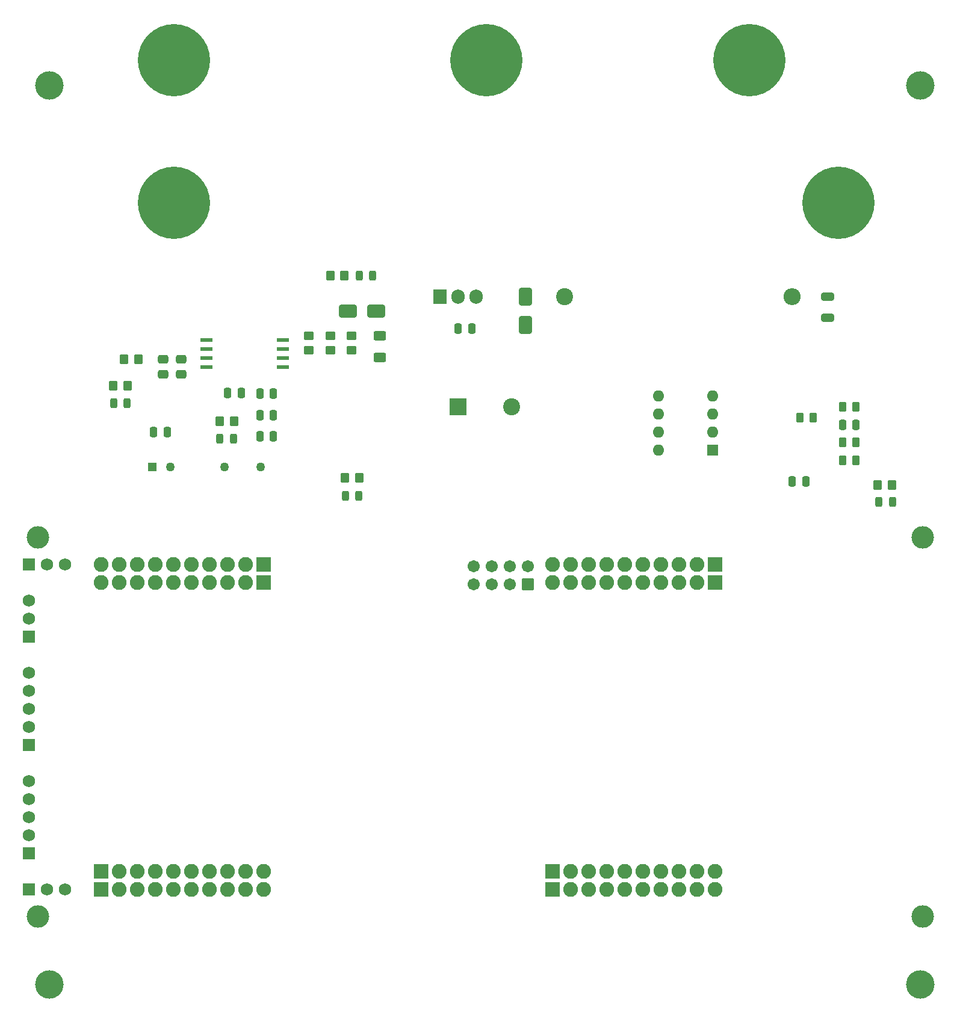
<source format=gbr>
%TF.GenerationSoftware,KiCad,Pcbnew,8.0.8*%
%TF.CreationDate,2025-03-02T13:54:02-05:00*%
%TF.ProjectId,NEW1,4e455731-2e6b-4696-9361-645f70636258,rev?*%
%TF.SameCoordinates,Original*%
%TF.FileFunction,Soldermask,Top*%
%TF.FilePolarity,Negative*%
%FSLAX46Y46*%
G04 Gerber Fmt 4.6, Leading zero omitted, Abs format (unit mm)*
G04 Created by KiCad (PCBNEW 8.0.8) date 2025-03-02 13:54:02*
%MOMM*%
%LPD*%
G01*
G04 APERTURE LIST*
G04 Aperture macros list*
%AMRoundRect*
0 Rectangle with rounded corners*
0 $1 Rounding radius*
0 $2 $3 $4 $5 $6 $7 $8 $9 X,Y pos of 4 corners*
0 Add a 4 corners polygon primitive as box body*
4,1,4,$2,$3,$4,$5,$6,$7,$8,$9,$2,$3,0*
0 Add four circle primitives for the rounded corners*
1,1,$1+$1,$2,$3*
1,1,$1+$1,$4,$5*
1,1,$1+$1,$6,$7*
1,1,$1+$1,$8,$9*
0 Add four rect primitives between the rounded corners*
20,1,$1+$1,$2,$3,$4,$5,0*
20,1,$1+$1,$4,$5,$6,$7,0*
20,1,$1+$1,$6,$7,$8,$9,0*
20,1,$1+$1,$8,$9,$2,$3,0*%
G04 Aperture macros list end*
%ADD10RoundRect,0.250000X-0.250000X-0.475000X0.250000X-0.475000X0.250000X0.475000X-0.250000X0.475000X0*%
%ADD11RoundRect,0.250000X0.262500X0.450000X-0.262500X0.450000X-0.262500X-0.450000X0.262500X-0.450000X0*%
%ADD12RoundRect,0.243750X-0.243750X-0.456250X0.243750X-0.456250X0.243750X0.456250X-0.243750X0.456250X0*%
%ADD13C,10.160000*%
%ADD14R,1.600000X1.600000*%
%ADD15O,1.600000X1.600000*%
%ADD16RoundRect,0.250000X-0.450000X0.350000X-0.450000X-0.350000X0.450000X-0.350000X0.450000X0.350000X0*%
%ADD17RoundRect,0.250000X-0.350000X-0.450000X0.350000X-0.450000X0.350000X0.450000X-0.350000X0.450000X0*%
%ADD18RoundRect,0.250000X0.450000X-0.350000X0.450000X0.350000X-0.450000X0.350000X-0.450000X-0.350000X0*%
%ADD19R,1.270000X1.270000*%
%ADD20C,1.270000*%
%ADD21RoundRect,0.250000X-0.625000X0.400000X-0.625000X-0.400000X0.625000X-0.400000X0.625000X0.400000X0*%
%ADD22C,4.000000*%
%ADD23RoundRect,0.243750X0.243750X0.456250X-0.243750X0.456250X-0.243750X-0.456250X0.243750X-0.456250X0*%
%ADD24R,2.400000X2.400000*%
%ADD25C,2.400000*%
%ADD26RoundRect,0.250000X0.350000X0.450000X-0.350000X0.450000X-0.350000X-0.450000X0.350000X-0.450000X0*%
%ADD27RoundRect,0.250000X0.250000X0.475000X-0.250000X0.475000X-0.250000X-0.475000X0.250000X-0.475000X0*%
%ADD28RoundRect,0.250000X1.000000X0.650000X-1.000000X0.650000X-1.000000X-0.650000X1.000000X-0.650000X0*%
%ADD29R,1.905000X2.000000*%
%ADD30O,1.905000X2.000000*%
%ADD31C,3.175000*%
%ADD32RoundRect,0.102000X0.939800X0.939800X-0.939800X0.939800X-0.939800X-0.939800X0.939800X-0.939800X0*%
%ADD33C,2.083600*%
%ADD34RoundRect,0.102000X0.762000X0.762000X-0.762000X0.762000X-0.762000X-0.762000X0.762000X-0.762000X0*%
%ADD35C,1.728000*%
%ADD36RoundRect,0.102000X0.750000X0.750000X-0.750000X0.750000X-0.750000X-0.750000X0.750000X-0.750000X0*%
%ADD37C,1.704000*%
%ADD38RoundRect,0.250000X-0.262500X-0.450000X0.262500X-0.450000X0.262500X0.450000X-0.262500X0.450000X0*%
%ADD39RoundRect,0.250000X-0.475000X0.337500X-0.475000X-0.337500X0.475000X-0.337500X0.475000X0.337500X0*%
%ADD40O,2.400000X2.400000*%
%ADD41R,1.701800X0.558800*%
%ADD42RoundRect,0.250000X-0.650000X1.000000X-0.650000X-1.000000X0.650000X-1.000000X0.650000X1.000000X0*%
%ADD43RoundRect,0.250000X-0.650000X0.325000X-0.650000X-0.325000X0.650000X-0.325000X0.650000X0.325000X0*%
G04 APERTURE END LIST*
D10*
%TO.C,C2*%
X137000000Y-92250000D03*
X138900000Y-92250000D03*
%TD*%
D11*
%TO.C,R4*%
X139912500Y-83250000D03*
X138087500Y-83250000D03*
%TD*%
D12*
%TO.C,D5*%
X41562500Y-81250000D03*
X43437500Y-81250000D03*
%TD*%
D13*
%TO.C,J5*%
X94000000Y-33000000D03*
%TD*%
D14*
%TO.C,U1*%
X125800000Y-87800000D03*
D15*
X125800000Y-85260000D03*
X125800000Y-82720000D03*
X125800000Y-80180000D03*
X118180000Y-80180000D03*
X118180000Y-82720000D03*
X118180000Y-85260000D03*
X118180000Y-87800000D03*
%TD*%
D10*
%TO.C,C6*%
X47165200Y-85250000D03*
X49065200Y-85250000D03*
%TD*%
D16*
%TO.C,R10*%
X75000000Y-71750000D03*
X75000000Y-73750000D03*
%TD*%
D13*
%TO.C,J4*%
X50000000Y-53000000D03*
%TD*%
D11*
%TO.C,R1*%
X145912500Y-86750000D03*
X144087500Y-86750000D03*
%TD*%
D17*
%TO.C,R8*%
X41500000Y-78750000D03*
X43500000Y-78750000D03*
%TD*%
D18*
%TO.C,R11*%
X69000000Y-73750000D03*
X69000000Y-71750000D03*
%TD*%
D19*
%TO.C,U4*%
X46965200Y-90175000D03*
D20*
X49505200Y-90175000D03*
X57125200Y-90175000D03*
X62205200Y-90175000D03*
%TD*%
D21*
%TO.C,R12*%
X79000000Y-71700000D03*
X79000000Y-74800000D03*
%TD*%
D10*
%TO.C,C1*%
X144050000Y-84250000D03*
X145950000Y-84250000D03*
%TD*%
D22*
%TO.C,H3*%
X155000000Y-163000000D03*
%TD*%
D23*
%TO.C,D2*%
X58375000Y-86250000D03*
X56500000Y-86250000D03*
%TD*%
D13*
%TO.C,J1*%
X50000000Y-33000000D03*
%TD*%
D24*
%TO.C,C3*%
X90000000Y-81750000D03*
D25*
X97500000Y-81750000D03*
%TD*%
D26*
%TO.C,R5*%
X58500000Y-83750000D03*
X56500000Y-83750000D03*
%TD*%
D22*
%TO.C,H2*%
X32500000Y-163000000D03*
%TD*%
D27*
%TO.C,C7*%
X59500000Y-79750000D03*
X57600000Y-79750000D03*
%TD*%
D10*
%TO.C,C11*%
X62115200Y-82885000D03*
X64015200Y-82885000D03*
%TD*%
D22*
%TO.C,H1*%
X32500000Y-36500000D03*
%TD*%
D28*
%TO.C,D6*%
X78500000Y-68250000D03*
X74500000Y-68250000D03*
%TD*%
D12*
%TO.C,D3*%
X74125000Y-94250000D03*
X76000000Y-94250000D03*
%TD*%
D29*
%TO.C,Q1*%
X87460000Y-66195000D03*
D30*
X90000000Y-66195000D03*
X92540000Y-66195000D03*
%TD*%
D18*
%TO.C,R14*%
X72000000Y-73750000D03*
X72000000Y-71750000D03*
%TD*%
D12*
%TO.C,D7*%
X76125000Y-63300000D03*
X78000000Y-63300000D03*
%TD*%
D31*
%TO.C,U2*%
X155357000Y-153420000D03*
X155357000Y-100080000D03*
X30897000Y-153420000D03*
X30897000Y-100080000D03*
D32*
X126147000Y-103890000D03*
D33*
X123607000Y-103890000D03*
X121067000Y-103890000D03*
X118527000Y-103890000D03*
X115987000Y-103890000D03*
X113447000Y-103890000D03*
X110907000Y-103890000D03*
X108367000Y-103890000D03*
X105827000Y-103890000D03*
X103287000Y-103890000D03*
D32*
X103287000Y-149610000D03*
D33*
X105827000Y-149610000D03*
X108367000Y-149610000D03*
X110907000Y-149610000D03*
X113447000Y-149610000D03*
X115987000Y-149610000D03*
X118527000Y-149610000D03*
X121067000Y-149610000D03*
X123607000Y-149610000D03*
X126147000Y-149610000D03*
D32*
X126147000Y-106430000D03*
D33*
X123607000Y-106430000D03*
X121067000Y-106430000D03*
X118527000Y-106430000D03*
X115987000Y-106430000D03*
X113447000Y-106430000D03*
X110907000Y-106430000D03*
X108367000Y-106430000D03*
X105827000Y-106430000D03*
X103287000Y-106430000D03*
D32*
X103287000Y-147070000D03*
D33*
X105827000Y-147070000D03*
X108367000Y-147070000D03*
X110907000Y-147070000D03*
X113447000Y-147070000D03*
X115987000Y-147070000D03*
X118527000Y-147070000D03*
X121067000Y-147070000D03*
X123607000Y-147070000D03*
X126147000Y-147070000D03*
D32*
X62647000Y-103890000D03*
D33*
X60107000Y-103890000D03*
X57567000Y-103890000D03*
X55027000Y-103890000D03*
X52487000Y-103890000D03*
X49947000Y-103890000D03*
X47407000Y-103890000D03*
X44867000Y-103890000D03*
X42327000Y-103890000D03*
X39787000Y-103890000D03*
D32*
X39787000Y-149610000D03*
D33*
X42327000Y-149610000D03*
X44867000Y-149610000D03*
X47407000Y-149610000D03*
X49947000Y-149610000D03*
X52487000Y-149610000D03*
X55027000Y-149610000D03*
X57567000Y-149610000D03*
X60107000Y-149610000D03*
X62647000Y-149610000D03*
D32*
X62647000Y-106430000D03*
D33*
X60107000Y-106430000D03*
X57567000Y-106430000D03*
X55027000Y-106430000D03*
X52487000Y-106430000D03*
X49947000Y-106430000D03*
X47407000Y-106430000D03*
X44867000Y-106430000D03*
X42327000Y-106430000D03*
X39787000Y-106430000D03*
D32*
X39787000Y-147070000D03*
D33*
X42327000Y-147070000D03*
X44867000Y-147070000D03*
X47407000Y-147070000D03*
X49947000Y-147070000D03*
X52487000Y-147070000D03*
X55027000Y-147070000D03*
X57567000Y-147070000D03*
X60107000Y-147070000D03*
X62647000Y-147070000D03*
D34*
X29627000Y-149610000D03*
D35*
X32167000Y-149610000D03*
X34707000Y-149610000D03*
D34*
X29627000Y-114050000D03*
D35*
X29627000Y-111510000D03*
X29627000Y-108970000D03*
D34*
X29627000Y-144530000D03*
D35*
X29627000Y-141990000D03*
X29627000Y-139450000D03*
X29627000Y-136910000D03*
X29627000Y-134370000D03*
D34*
X29627000Y-129290000D03*
D35*
X29627000Y-126750000D03*
X29627000Y-124210000D03*
X29627000Y-121670000D03*
X29627000Y-119130000D03*
D34*
X29627000Y-103890000D03*
D35*
X32167000Y-103890000D03*
X34707000Y-103890000D03*
D36*
X99803000Y-106664000D03*
D37*
X99803000Y-104124000D03*
X97263000Y-106664000D03*
X97263000Y-104124000D03*
X94723000Y-106664000D03*
X94723000Y-104124000D03*
X92183000Y-106664000D03*
X92183000Y-104124000D03*
%TD*%
D38*
%TO.C,R3*%
X144087500Y-81750000D03*
X145912500Y-81750000D03*
%TD*%
D39*
%TO.C,C8*%
X51000000Y-75040000D03*
X51000000Y-77115000D03*
%TD*%
D25*
%TO.C,L1*%
X104950000Y-66250000D03*
D40*
X136950000Y-66250000D03*
%TD*%
D17*
%TO.C,R6*%
X74062500Y-91750000D03*
X76062500Y-91750000D03*
%TD*%
D41*
%TO.C,U3*%
X54615200Y-72345000D03*
X54615200Y-73615000D03*
X54615200Y-74885000D03*
X54615200Y-76155000D03*
X65384800Y-76155000D03*
X65384800Y-74885000D03*
X65384800Y-73615000D03*
X65384800Y-72345000D03*
%TD*%
D22*
%TO.C,H4*%
X155000000Y-36500000D03*
%TD*%
D23*
%TO.C,D4*%
X151080000Y-95115000D03*
X149205000Y-95115000D03*
%TD*%
D26*
%TO.C,R13*%
X74000000Y-63250000D03*
X72000000Y-63250000D03*
%TD*%
D38*
%TO.C,R2*%
X144087500Y-89250000D03*
X145912500Y-89250000D03*
%TD*%
D26*
%TO.C,R7*%
X151000000Y-92750000D03*
X149000000Y-92750000D03*
%TD*%
D10*
%TO.C,C10*%
X62115200Y-79875000D03*
X64015200Y-79875000D03*
%TD*%
D42*
%TO.C,D1*%
X99500000Y-66250000D03*
X99500000Y-70250000D03*
%TD*%
D13*
%TO.C,J2*%
X143500000Y-53000000D03*
%TD*%
D43*
%TO.C,C5*%
X142000000Y-66275000D03*
X142000000Y-69225000D03*
%TD*%
D10*
%TO.C,C12*%
X62115200Y-85895000D03*
X64015200Y-85895000D03*
%TD*%
D17*
%TO.C,R9*%
X43000000Y-75077500D03*
X45000000Y-75077500D03*
%TD*%
D39*
%TO.C,C9*%
X48500000Y-75077500D03*
X48500000Y-77152500D03*
%TD*%
D13*
%TO.C,J3*%
X131000000Y-33000000D03*
%TD*%
D10*
%TO.C,C4*%
X90000000Y-70750000D03*
X91900000Y-70750000D03*
%TD*%
M02*

</source>
